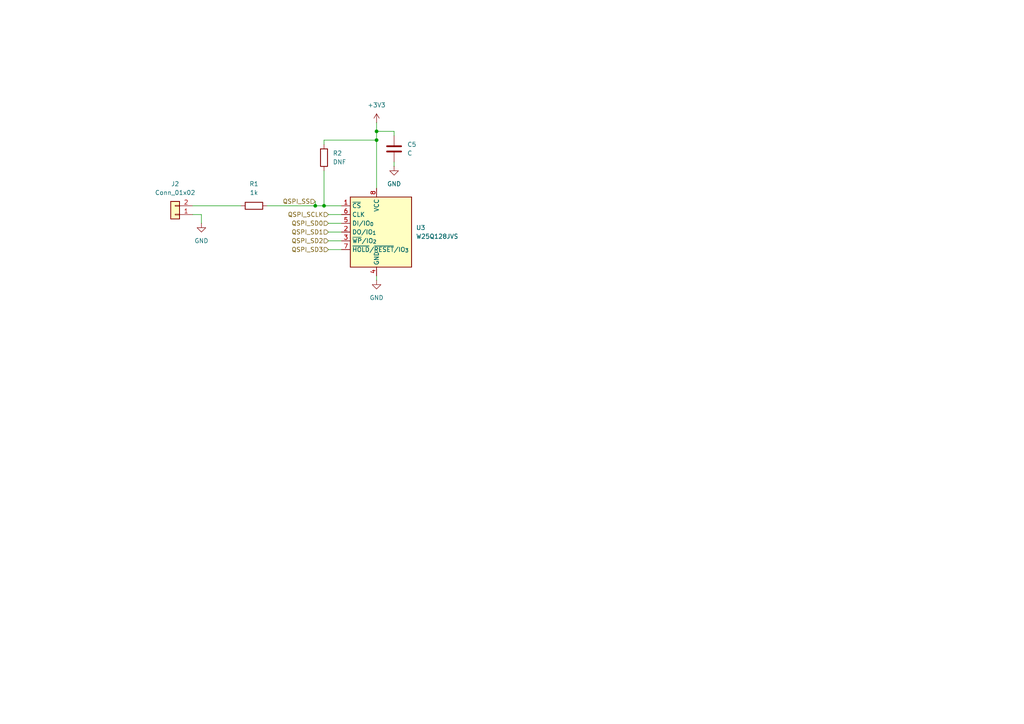
<source format=kicad_sch>
(kicad_sch
	(version 20250114)
	(generator "eeschema")
	(generator_version "9.0")
	(uuid "228f52a3-4b68-466c-9719-77709b2ae188")
	(paper "A4")
	(lib_symbols
		(symbol "Connector_Generic:Conn_01x02"
			(pin_names
				(offset 1.016)
				(hide yes)
			)
			(exclude_from_sim no)
			(in_bom yes)
			(on_board yes)
			(property "Reference" "J"
				(at 0 2.54 0)
				(effects
					(font
						(size 1.27 1.27)
					)
				)
			)
			(property "Value" "Conn_01x02"
				(at 0 -5.08 0)
				(effects
					(font
						(size 1.27 1.27)
					)
				)
			)
			(property "Footprint" ""
				(at 0 0 0)
				(effects
					(font
						(size 1.27 1.27)
					)
					(hide yes)
				)
			)
			(property "Datasheet" "~"
				(at 0 0 0)
				(effects
					(font
						(size 1.27 1.27)
					)
					(hide yes)
				)
			)
			(property "Description" "Generic connector, single row, 01x02, script generated (kicad-library-utils/schlib/autogen/connector/)"
				(at 0 0 0)
				(effects
					(font
						(size 1.27 1.27)
					)
					(hide yes)
				)
			)
			(property "ki_keywords" "connector"
				(at 0 0 0)
				(effects
					(font
						(size 1.27 1.27)
					)
					(hide yes)
				)
			)
			(property "ki_fp_filters" "Connector*:*_1x??_*"
				(at 0 0 0)
				(effects
					(font
						(size 1.27 1.27)
					)
					(hide yes)
				)
			)
			(symbol "Conn_01x02_1_1"
				(rectangle
					(start -1.27 1.27)
					(end 1.27 -3.81)
					(stroke
						(width 0.254)
						(type default)
					)
					(fill
						(type background)
					)
				)
				(rectangle
					(start -1.27 0.127)
					(end 0 -0.127)
					(stroke
						(width 0.1524)
						(type default)
					)
					(fill
						(type none)
					)
				)
				(rectangle
					(start -1.27 -2.413)
					(end 0 -2.667)
					(stroke
						(width 0.1524)
						(type default)
					)
					(fill
						(type none)
					)
				)
				(pin passive line
					(at -5.08 0 0)
					(length 3.81)
					(name "Pin_1"
						(effects
							(font
								(size 1.27 1.27)
							)
						)
					)
					(number "1"
						(effects
							(font
								(size 1.27 1.27)
							)
						)
					)
				)
				(pin passive line
					(at -5.08 -2.54 0)
					(length 3.81)
					(name "Pin_2"
						(effects
							(font
								(size 1.27 1.27)
							)
						)
					)
					(number "2"
						(effects
							(font
								(size 1.27 1.27)
							)
						)
					)
				)
			)
			(embedded_fonts no)
		)
		(symbol "Device:C"
			(pin_numbers
				(hide yes)
			)
			(pin_names
				(offset 0.254)
			)
			(exclude_from_sim no)
			(in_bom yes)
			(on_board yes)
			(property "Reference" "C"
				(at 0.635 2.54 0)
				(effects
					(font
						(size 1.27 1.27)
					)
					(justify left)
				)
			)
			(property "Value" "C"
				(at 0.635 -2.54 0)
				(effects
					(font
						(size 1.27 1.27)
					)
					(justify left)
				)
			)
			(property "Footprint" ""
				(at 0.9652 -3.81 0)
				(effects
					(font
						(size 1.27 1.27)
					)
					(hide yes)
				)
			)
			(property "Datasheet" "~"
				(at 0 0 0)
				(effects
					(font
						(size 1.27 1.27)
					)
					(hide yes)
				)
			)
			(property "Description" "Unpolarized capacitor"
				(at 0 0 0)
				(effects
					(font
						(size 1.27 1.27)
					)
					(hide yes)
				)
			)
			(property "ki_keywords" "cap capacitor"
				(at 0 0 0)
				(effects
					(font
						(size 1.27 1.27)
					)
					(hide yes)
				)
			)
			(property "ki_fp_filters" "C_*"
				(at 0 0 0)
				(effects
					(font
						(size 1.27 1.27)
					)
					(hide yes)
				)
			)
			(symbol "C_0_1"
				(polyline
					(pts
						(xy -2.032 0.762) (xy 2.032 0.762)
					)
					(stroke
						(width 0.508)
						(type default)
					)
					(fill
						(type none)
					)
				)
				(polyline
					(pts
						(xy -2.032 -0.762) (xy 2.032 -0.762)
					)
					(stroke
						(width 0.508)
						(type default)
					)
					(fill
						(type none)
					)
				)
			)
			(symbol "C_1_1"
				(pin passive line
					(at 0 3.81 270)
					(length 2.794)
					(name "~"
						(effects
							(font
								(size 1.27 1.27)
							)
						)
					)
					(number "1"
						(effects
							(font
								(size 1.27 1.27)
							)
						)
					)
				)
				(pin passive line
					(at 0 -3.81 90)
					(length 2.794)
					(name "~"
						(effects
							(font
								(size 1.27 1.27)
							)
						)
					)
					(number "2"
						(effects
							(font
								(size 1.27 1.27)
							)
						)
					)
				)
			)
			(embedded_fonts no)
		)
		(symbol "Device:R"
			(pin_numbers
				(hide yes)
			)
			(pin_names
				(offset 0)
			)
			(exclude_from_sim no)
			(in_bom yes)
			(on_board yes)
			(property "Reference" "R"
				(at 2.032 0 90)
				(effects
					(font
						(size 1.27 1.27)
					)
				)
			)
			(property "Value" "R"
				(at 0 0 90)
				(effects
					(font
						(size 1.27 1.27)
					)
				)
			)
			(property "Footprint" ""
				(at -1.778 0 90)
				(effects
					(font
						(size 1.27 1.27)
					)
					(hide yes)
				)
			)
			(property "Datasheet" "~"
				(at 0 0 0)
				(effects
					(font
						(size 1.27 1.27)
					)
					(hide yes)
				)
			)
			(property "Description" "Resistor"
				(at 0 0 0)
				(effects
					(font
						(size 1.27 1.27)
					)
					(hide yes)
				)
			)
			(property "ki_keywords" "R res resistor"
				(at 0 0 0)
				(effects
					(font
						(size 1.27 1.27)
					)
					(hide yes)
				)
			)
			(property "ki_fp_filters" "R_*"
				(at 0 0 0)
				(effects
					(font
						(size 1.27 1.27)
					)
					(hide yes)
				)
			)
			(symbol "R_0_1"
				(rectangle
					(start -1.016 -2.54)
					(end 1.016 2.54)
					(stroke
						(width 0.254)
						(type default)
					)
					(fill
						(type none)
					)
				)
			)
			(symbol "R_1_1"
				(pin passive line
					(at 0 3.81 270)
					(length 1.27)
					(name "~"
						(effects
							(font
								(size 1.27 1.27)
							)
						)
					)
					(number "1"
						(effects
							(font
								(size 1.27 1.27)
							)
						)
					)
				)
				(pin passive line
					(at 0 -3.81 90)
					(length 1.27)
					(name "~"
						(effects
							(font
								(size 1.27 1.27)
							)
						)
					)
					(number "2"
						(effects
							(font
								(size 1.27 1.27)
							)
						)
					)
				)
			)
			(embedded_fonts no)
		)
		(symbol "Memory_Flash:W25Q128JVS"
			(exclude_from_sim no)
			(in_bom yes)
			(on_board yes)
			(property "Reference" "U"
				(at -6.35 11.43 0)
				(effects
					(font
						(size 1.27 1.27)
					)
				)
			)
			(property "Value" "W25Q128JVS"
				(at 7.62 11.43 0)
				(effects
					(font
						(size 1.27 1.27)
					)
				)
			)
			(property "Footprint" "Package_SO:SOIC-8_5.3x5.3mm_P1.27mm"
				(at 0 22.86 0)
				(effects
					(font
						(size 1.27 1.27)
					)
					(hide yes)
				)
			)
			(property "Datasheet" "https://www.winbond.com/resource-files/w25q128jv_dtr%20revc%2003272018%20plus.pdf"
				(at 0 25.4 0)
				(effects
					(font
						(size 1.27 1.27)
					)
					(hide yes)
				)
			)
			(property "Description" "128Mbit / 16MiB Serial Flash Memory, Standard/Dual/Quad SPI, 2.7-3.6V, SOIC-8"
				(at 0 27.94 0)
				(effects
					(font
						(size 1.27 1.27)
					)
					(hide yes)
				)
			)
			(property "ki_keywords" "flash memory SPI QPI DTR"
				(at 0 0 0)
				(effects
					(font
						(size 1.27 1.27)
					)
					(hide yes)
				)
			)
			(property "ki_fp_filters" "*SOIC*5.3x5.3mm*P1.27mm*"
				(at 0 0 0)
				(effects
					(font
						(size 1.27 1.27)
					)
					(hide yes)
				)
			)
			(symbol "W25Q128JVS_0_1"
				(rectangle
					(start -7.62 10.16)
					(end 10.16 -10.16)
					(stroke
						(width 0.254)
						(type default)
					)
					(fill
						(type background)
					)
				)
			)
			(symbol "W25Q128JVS_1_1"
				(pin input line
					(at -10.16 7.62 0)
					(length 2.54)
					(name "~{CS}"
						(effects
							(font
								(size 1.27 1.27)
							)
						)
					)
					(number "1"
						(effects
							(font
								(size 1.27 1.27)
							)
						)
					)
				)
				(pin input line
					(at -10.16 5.08 0)
					(length 2.54)
					(name "CLK"
						(effects
							(font
								(size 1.27 1.27)
							)
						)
					)
					(number "6"
						(effects
							(font
								(size 1.27 1.27)
							)
						)
					)
				)
				(pin bidirectional line
					(at -10.16 2.54 0)
					(length 2.54)
					(name "DI/IO_{0}"
						(effects
							(font
								(size 1.27 1.27)
							)
						)
					)
					(number "5"
						(effects
							(font
								(size 1.27 1.27)
							)
						)
					)
				)
				(pin bidirectional line
					(at -10.16 0 0)
					(length 2.54)
					(name "DO/IO_{1}"
						(effects
							(font
								(size 1.27 1.27)
							)
						)
					)
					(number "2"
						(effects
							(font
								(size 1.27 1.27)
							)
						)
					)
				)
				(pin bidirectional line
					(at -10.16 -2.54 0)
					(length 2.54)
					(name "~{WP}/IO_{2}"
						(effects
							(font
								(size 1.27 1.27)
							)
						)
					)
					(number "3"
						(effects
							(font
								(size 1.27 1.27)
							)
						)
					)
				)
				(pin bidirectional line
					(at -10.16 -5.08 0)
					(length 2.54)
					(name "~{HOLD}/~{RESET}/IO_{3}"
						(effects
							(font
								(size 1.27 1.27)
							)
						)
					)
					(number "7"
						(effects
							(font
								(size 1.27 1.27)
							)
						)
					)
				)
				(pin power_in line
					(at 0 12.7 270)
					(length 2.54)
					(name "VCC"
						(effects
							(font
								(size 1.27 1.27)
							)
						)
					)
					(number "8"
						(effects
							(font
								(size 1.27 1.27)
							)
						)
					)
				)
				(pin power_in line
					(at 0 -12.7 90)
					(length 2.54)
					(name "GND"
						(effects
							(font
								(size 1.27 1.27)
							)
						)
					)
					(number "4"
						(effects
							(font
								(size 1.27 1.27)
							)
						)
					)
				)
			)
			(embedded_fonts no)
		)
		(symbol "power:+3V3"
			(power)
			(pin_numbers
				(hide yes)
			)
			(pin_names
				(offset 0)
				(hide yes)
			)
			(exclude_from_sim no)
			(in_bom yes)
			(on_board yes)
			(property "Reference" "#PWR"
				(at 0 -3.81 0)
				(effects
					(font
						(size 1.27 1.27)
					)
					(hide yes)
				)
			)
			(property "Value" "+3V3"
				(at 0 3.556 0)
				(effects
					(font
						(size 1.27 1.27)
					)
				)
			)
			(property "Footprint" ""
				(at 0 0 0)
				(effects
					(font
						(size 1.27 1.27)
					)
					(hide yes)
				)
			)
			(property "Datasheet" ""
				(at 0 0 0)
				(effects
					(font
						(size 1.27 1.27)
					)
					(hide yes)
				)
			)
			(property "Description" "Power symbol creates a global label with name \"+3V3\""
				(at 0 0 0)
				(effects
					(font
						(size 1.27 1.27)
					)
					(hide yes)
				)
			)
			(property "ki_keywords" "global power"
				(at 0 0 0)
				(effects
					(font
						(size 1.27 1.27)
					)
					(hide yes)
				)
			)
			(symbol "+3V3_0_1"
				(polyline
					(pts
						(xy -0.762 1.27) (xy 0 2.54)
					)
					(stroke
						(width 0)
						(type default)
					)
					(fill
						(type none)
					)
				)
				(polyline
					(pts
						(xy 0 2.54) (xy 0.762 1.27)
					)
					(stroke
						(width 0)
						(type default)
					)
					(fill
						(type none)
					)
				)
				(polyline
					(pts
						(xy 0 0) (xy 0 2.54)
					)
					(stroke
						(width 0)
						(type default)
					)
					(fill
						(type none)
					)
				)
			)
			(symbol "+3V3_1_1"
				(pin power_in line
					(at 0 0 90)
					(length 0)
					(name "~"
						(effects
							(font
								(size 1.27 1.27)
							)
						)
					)
					(number "1"
						(effects
							(font
								(size 1.27 1.27)
							)
						)
					)
				)
			)
			(embedded_fonts no)
		)
		(symbol "power:GND"
			(power)
			(pin_numbers
				(hide yes)
			)
			(pin_names
				(offset 0)
				(hide yes)
			)
			(exclude_from_sim no)
			(in_bom yes)
			(on_board yes)
			(property "Reference" "#PWR"
				(at 0 -6.35 0)
				(effects
					(font
						(size 1.27 1.27)
					)
					(hide yes)
				)
			)
			(property "Value" "GND"
				(at 0 -3.81 0)
				(effects
					(font
						(size 1.27 1.27)
					)
				)
			)
			(property "Footprint" ""
				(at 0 0 0)
				(effects
					(font
						(size 1.27 1.27)
					)
					(hide yes)
				)
			)
			(property "Datasheet" ""
				(at 0 0 0)
				(effects
					(font
						(size 1.27 1.27)
					)
					(hide yes)
				)
			)
			(property "Description" "Power symbol creates a global label with name \"GND\" , ground"
				(at 0 0 0)
				(effects
					(font
						(size 1.27 1.27)
					)
					(hide yes)
				)
			)
			(property "ki_keywords" "global power"
				(at 0 0 0)
				(effects
					(font
						(size 1.27 1.27)
					)
					(hide yes)
				)
			)
			(symbol "GND_0_1"
				(polyline
					(pts
						(xy 0 0) (xy 0 -1.27) (xy 1.27 -1.27) (xy 0 -2.54) (xy -1.27 -1.27) (xy 0 -1.27)
					)
					(stroke
						(width 0)
						(type default)
					)
					(fill
						(type none)
					)
				)
			)
			(symbol "GND_1_1"
				(pin power_in line
					(at 0 0 270)
					(length 0)
					(name "~"
						(effects
							(font
								(size 1.27 1.27)
							)
						)
					)
					(number "1"
						(effects
							(font
								(size 1.27 1.27)
							)
						)
					)
				)
			)
			(embedded_fonts no)
		)
	)
	(junction
		(at 93.98 59.69)
		(diameter 0)
		(color 0 0 0 0)
		(uuid "59db63ac-68eb-42f3-939e-4538f8c02c43")
	)
	(junction
		(at 91.44 59.69)
		(diameter 0)
		(color 0 0 0 0)
		(uuid "852f0d72-8e23-4dcd-a883-27150396cbc0")
	)
	(junction
		(at 109.22 38.1)
		(diameter 0)
		(color 0 0 0 0)
		(uuid "a62584e2-8d12-4a0e-9c0e-9242950b68f8")
	)
	(junction
		(at 109.22 40.64)
		(diameter 0)
		(color 0 0 0 0)
		(uuid "cd7a2d60-8e95-4631-a232-beb8b201446a")
	)
	(wire
		(pts
			(xy 95.25 69.85) (xy 99.06 69.85)
		)
		(stroke
			(width 0)
			(type default)
		)
		(uuid "00e2e344-2203-4446-80ec-ce00064d2b5a")
	)
	(wire
		(pts
			(xy 109.22 38.1) (xy 114.3 38.1)
		)
		(stroke
			(width 0)
			(type default)
		)
		(uuid "14ff784f-82fa-48a8-8726-bb15b444ed4f")
	)
	(wire
		(pts
			(xy 114.3 46.99) (xy 114.3 48.26)
		)
		(stroke
			(width 0)
			(type default)
		)
		(uuid "18e42891-021b-4634-9c91-a12c508f51fb")
	)
	(wire
		(pts
			(xy 93.98 40.64) (xy 109.22 40.64)
		)
		(stroke
			(width 0)
			(type default)
		)
		(uuid "34232cb7-0044-44fc-97db-b71cac0b42df")
	)
	(wire
		(pts
			(xy 58.42 62.23) (xy 55.88 62.23)
		)
		(stroke
			(width 0)
			(type default)
		)
		(uuid "56f7e630-ed09-49b1-9695-61c0d1130286")
	)
	(wire
		(pts
			(xy 109.22 38.1) (xy 109.22 40.64)
		)
		(stroke
			(width 0)
			(type default)
		)
		(uuid "5ea7d991-5fe8-434c-9c45-91c17b164e10")
	)
	(wire
		(pts
			(xy 93.98 59.69) (xy 99.06 59.69)
		)
		(stroke
			(width 0)
			(type default)
		)
		(uuid "60e29a84-457b-4fdf-a5a8-d96fb3ee9a32")
	)
	(wire
		(pts
			(xy 58.42 64.77) (xy 58.42 62.23)
		)
		(stroke
			(width 0)
			(type default)
		)
		(uuid "6f6ece2b-06c5-45d0-8041-808f7ca947b1")
	)
	(wire
		(pts
			(xy 109.22 40.64) (xy 109.22 54.61)
		)
		(stroke
			(width 0)
			(type default)
		)
		(uuid "99a9e6b4-5d8b-4191-8d1e-dac04c522918")
	)
	(wire
		(pts
			(xy 95.25 67.31) (xy 99.06 67.31)
		)
		(stroke
			(width 0)
			(type default)
		)
		(uuid "a8ad289d-210c-44f5-88ad-a7b24ab2d738")
	)
	(wire
		(pts
			(xy 109.22 35.56) (xy 109.22 38.1)
		)
		(stroke
			(width 0)
			(type default)
		)
		(uuid "b3c3fc0c-b4e4-44c9-b28b-704eeaa9016a")
	)
	(wire
		(pts
			(xy 95.25 62.23) (xy 99.06 62.23)
		)
		(stroke
			(width 0)
			(type default)
		)
		(uuid "bebb5bdf-efb0-4eee-aa2a-62968c5d7a0c")
	)
	(wire
		(pts
			(xy 109.22 80.01) (xy 109.22 81.28)
		)
		(stroke
			(width 0)
			(type default)
		)
		(uuid "c43bcc1f-6f99-46eb-81a5-80d46ed688e8")
	)
	(wire
		(pts
			(xy 93.98 41.91) (xy 93.98 40.64)
		)
		(stroke
			(width 0)
			(type default)
		)
		(uuid "cb7ff938-3d65-473b-ad62-ad7ea53c475e")
	)
	(wire
		(pts
			(xy 114.3 39.37) (xy 114.3 38.1)
		)
		(stroke
			(width 0)
			(type default)
		)
		(uuid "d92b027d-d27b-4052-9449-9a6a342a5a03")
	)
	(wire
		(pts
			(xy 55.88 59.69) (xy 69.85 59.69)
		)
		(stroke
			(width 0)
			(type default)
		)
		(uuid "e117389e-4133-46fc-be71-9350dc6ad455")
	)
	(wire
		(pts
			(xy 95.25 72.39) (xy 99.06 72.39)
		)
		(stroke
			(width 0)
			(type default)
		)
		(uuid "e12459ea-58e8-4a44-b17a-933846344e7f")
	)
	(wire
		(pts
			(xy 93.98 49.53) (xy 93.98 59.69)
		)
		(stroke
			(width 0)
			(type default)
		)
		(uuid "e1753e38-5434-4750-9147-4e6410528426")
	)
	(wire
		(pts
			(xy 95.25 64.77) (xy 99.06 64.77)
		)
		(stroke
			(width 0)
			(type default)
		)
		(uuid "e5efda30-3e69-48fc-80b4-0f81edcbd7b0")
	)
	(wire
		(pts
			(xy 91.44 58.42) (xy 91.44 59.69)
		)
		(stroke
			(width 0)
			(type default)
		)
		(uuid "ef5fe830-5cfe-49fb-9867-73652e40bf19")
	)
	(wire
		(pts
			(xy 91.44 59.69) (xy 93.98 59.69)
		)
		(stroke
			(width 0)
			(type default)
		)
		(uuid "f29f4908-8a61-45ba-9d0b-a05d6203d518")
	)
	(wire
		(pts
			(xy 77.47 59.69) (xy 91.44 59.69)
		)
		(stroke
			(width 0)
			(type default)
		)
		(uuid "fdd74d62-116a-49d5-a83e-386f033ac33e")
	)
	(hierarchical_label "QSPI_SD1"
		(shape input)
		(at 95.25 67.31 180)
		(effects
			(font
				(size 1.27 1.27)
			)
			(justify right)
		)
		(uuid "5ceb7b2d-0474-4b6a-b259-5561e729e251")
	)
	(hierarchical_label "QSPI_SD3"
		(shape input)
		(at 95.25 72.39 180)
		(effects
			(font
				(size 1.27 1.27)
			)
			(justify right)
		)
		(uuid "69036562-5f70-4aba-9604-6c7d0792717e")
	)
	(hierarchical_label "QSPI_SCLK"
		(shape input)
		(at 95.25 62.23 180)
		(effects
			(font
				(size 1.27 1.27)
			)
			(justify right)
		)
		(uuid "835f5229-02ad-4aeb-988e-f80b0a649de5")
	)
	(hierarchical_label "QSPI_SD2"
		(shape input)
		(at 95.25 69.85 180)
		(effects
			(font
				(size 1.27 1.27)
			)
			(justify right)
		)
		(uuid "911db3c7-1d86-46cc-b305-bd002b54ba75")
	)
	(hierarchical_label "QSPI_SS"
		(shape input)
		(at 91.44 58.42 180)
		(effects
			(font
				(size 1.27 1.27)
			)
			(justify right)
		)
		(uuid "fc52f908-e29c-4bc8-845b-e5b660f002a2")
	)
	(hierarchical_label "QSPI_SD0"
		(shape input)
		(at 95.25 64.77 180)
		(effects
			(font
				(size 1.27 1.27)
			)
			(justify right)
		)
		(uuid "fe1130b2-47a1-4456-839c-1285f7ae4238")
	)
	(symbol
		(lib_id "power:GND")
		(at 109.22 81.28 0)
		(unit 1)
		(exclude_from_sim no)
		(in_bom yes)
		(on_board yes)
		(dnp no)
		(fields_autoplaced yes)
		(uuid "271b5183-470e-4247-b6da-eff5f93cba43")
		(property "Reference" "#PWR016"
			(at 109.22 87.63 0)
			(effects
				(font
					(size 1.27 1.27)
				)
				(hide yes)
			)
		)
		(property "Value" "GND"
			(at 109.22 86.36 0)
			(effects
				(font
					(size 1.27 1.27)
				)
			)
		)
		(property "Footprint" ""
			(at 109.22 81.28 0)
			(effects
				(font
					(size 1.27 1.27)
				)
				(hide yes)
			)
		)
		(property "Datasheet" ""
			(at 109.22 81.28 0)
			(effects
				(font
					(size 1.27 1.27)
				)
				(hide yes)
			)
		)
		(property "Description" "Power symbol creates a global label with name \"GND\" , ground"
			(at 109.22 81.28 0)
			(effects
				(font
					(size 1.27 1.27)
				)
				(hide yes)
			)
		)
		(pin "1"
			(uuid "20edfe3e-d09f-4cc2-bba1-e72c5476e10b")
		)
		(instances
			(project ""
				(path "/86743b6b-fa0b-493b-8636-78970be18fa3/f37932a6-5159-4c0c-a012-73fc012c1a39"
					(reference "#PWR016")
					(unit 1)
				)
			)
		)
	)
	(symbol
		(lib_id "Device:R")
		(at 73.66 59.69 90)
		(unit 1)
		(exclude_from_sim no)
		(in_bom yes)
		(on_board yes)
		(dnp no)
		(fields_autoplaced yes)
		(uuid "2766b288-a0fc-4a36-8b12-198d575afc98")
		(property "Reference" "R1"
			(at 73.66 53.34 90)
			(effects
				(font
					(size 1.27 1.27)
				)
			)
		)
		(property "Value" "1k"
			(at 73.66 55.88 90)
			(effects
				(font
					(size 1.27 1.27)
				)
			)
		)
		(property "Footprint" "Resistor_SMD:R_0603_1608Metric_Pad0.98x0.95mm_HandSolder"
			(at 73.66 61.468 90)
			(effects
				(font
					(size 1.27 1.27)
				)
				(hide yes)
			)
		)
		(property "Datasheet" "~"
			(at 73.66 59.69 0)
			(effects
				(font
					(size 1.27 1.27)
				)
				(hide yes)
			)
		)
		(property "Description" "Resistor"
			(at 73.66 59.69 0)
			(effects
				(font
					(size 1.27 1.27)
				)
				(hide yes)
			)
		)
		(pin "1"
			(uuid "a13697f0-0e8e-41b9-a5fe-8899522daec6")
		)
		(pin "2"
			(uuid "6a506953-b5b0-4979-aa2a-ce967abe239d")
		)
		(instances
			(project ""
				(path "/86743b6b-fa0b-493b-8636-78970be18fa3/f37932a6-5159-4c0c-a012-73fc012c1a39"
					(reference "R1")
					(unit 1)
				)
			)
		)
	)
	(symbol
		(lib_id "power:+3V3")
		(at 109.22 35.56 0)
		(unit 1)
		(exclude_from_sim no)
		(in_bom yes)
		(on_board yes)
		(dnp no)
		(fields_autoplaced yes)
		(uuid "3899a231-7e11-4797-b843-81bf8f2aadc4")
		(property "Reference" "#PWR015"
			(at 109.22 39.37 0)
			(effects
				(font
					(size 1.27 1.27)
				)
				(hide yes)
			)
		)
		(property "Value" "+3V3"
			(at 109.22 30.48 0)
			(effects
				(font
					(size 1.27 1.27)
				)
			)
		)
		(property "Footprint" ""
			(at 109.22 35.56 0)
			(effects
				(font
					(size 1.27 1.27)
				)
				(hide yes)
			)
		)
		(property "Datasheet" ""
			(at 109.22 35.56 0)
			(effects
				(font
					(size 1.27 1.27)
				)
				(hide yes)
			)
		)
		(property "Description" "Power symbol creates a global label with name \"+3V3\""
			(at 109.22 35.56 0)
			(effects
				(font
					(size 1.27 1.27)
				)
				(hide yes)
			)
		)
		(pin "1"
			(uuid "4f3eae30-24cc-413c-9368-9ca98607f98b")
		)
		(instances
			(project ""
				(path "/86743b6b-fa0b-493b-8636-78970be18fa3/f37932a6-5159-4c0c-a012-73fc012c1a39"
					(reference "#PWR015")
					(unit 1)
				)
			)
		)
	)
	(symbol
		(lib_id "power:GND")
		(at 114.3 48.26 0)
		(unit 1)
		(exclude_from_sim no)
		(in_bom yes)
		(on_board yes)
		(dnp no)
		(fields_autoplaced yes)
		(uuid "57f08812-32f7-4400-9dcb-6f9562ce4249")
		(property "Reference" "#PWR014"
			(at 114.3 54.61 0)
			(effects
				(font
					(size 1.27 1.27)
				)
				(hide yes)
			)
		)
		(property "Value" "GND"
			(at 114.3 53.34 0)
			(effects
				(font
					(size 1.27 1.27)
				)
			)
		)
		(property "Footprint" ""
			(at 114.3 48.26 0)
			(effects
				(font
					(size 1.27 1.27)
				)
				(hide yes)
			)
		)
		(property "Datasheet" ""
			(at 114.3 48.26 0)
			(effects
				(font
					(size 1.27 1.27)
				)
				(hide yes)
			)
		)
		(property "Description" "Power symbol creates a global label with name \"GND\" , ground"
			(at 114.3 48.26 0)
			(effects
				(font
					(size 1.27 1.27)
				)
				(hide yes)
			)
		)
		(pin "1"
			(uuid "08e383a6-072e-4db9-9063-38e5ffa9c5ed")
		)
		(instances
			(project ""
				(path "/86743b6b-fa0b-493b-8636-78970be18fa3/f37932a6-5159-4c0c-a012-73fc012c1a39"
					(reference "#PWR014")
					(unit 1)
				)
			)
		)
	)
	(symbol
		(lib_id "Connector_Generic:Conn_01x02")
		(at 50.8 62.23 180)
		(unit 1)
		(exclude_from_sim no)
		(in_bom yes)
		(on_board yes)
		(dnp no)
		(fields_autoplaced yes)
		(uuid "5f9dcd51-63c0-4e95-a3df-1ebf44c62c25")
		(property "Reference" "J2"
			(at 50.8 53.34 0)
			(effects
				(font
					(size 1.27 1.27)
				)
			)
		)
		(property "Value" "Conn_01x02"
			(at 50.8 55.88 0)
			(effects
				(font
					(size 1.27 1.27)
				)
			)
		)
		(property "Footprint" "Connector_PinHeader_2.54mm:PinHeader_1x02_P2.54mm_Vertical"
			(at 50.8 62.23 0)
			(effects
				(font
					(size 1.27 1.27)
				)
				(hide yes)
			)
		)
		(property "Datasheet" "~"
			(at 50.8 62.23 0)
			(effects
				(font
					(size 1.27 1.27)
				)
				(hide yes)
			)
		)
		(property "Description" "Generic connector, single row, 01x02, script generated (kicad-library-utils/schlib/autogen/connector/)"
			(at 50.8 62.23 0)
			(effects
				(font
					(size 1.27 1.27)
				)
				(hide yes)
			)
		)
		(pin "1"
			(uuid "985b3acd-13a1-4c1d-bee4-e1658a9afb85")
		)
		(pin "2"
			(uuid "0177b06f-6bc0-467f-b3d8-7dd0605b41e8")
		)
		(instances
			(project ""
				(path "/86743b6b-fa0b-493b-8636-78970be18fa3/f37932a6-5159-4c0c-a012-73fc012c1a39"
					(reference "J2")
					(unit 1)
				)
			)
		)
	)
	(symbol
		(lib_id "Memory_Flash:W25Q128JVS")
		(at 109.22 67.31 0)
		(unit 1)
		(exclude_from_sim no)
		(in_bom yes)
		(on_board yes)
		(dnp no)
		(fields_autoplaced yes)
		(uuid "68a38b59-088a-465f-aa2c-5f864c8bded5")
		(property "Reference" "U3"
			(at 120.65 66.0399 0)
			(effects
				(font
					(size 1.27 1.27)
				)
				(justify left)
			)
		)
		(property "Value" "W25Q128JVS"
			(at 120.65 68.5799 0)
			(effects
				(font
					(size 1.27 1.27)
				)
				(justify left)
			)
		)
		(property "Footprint" "Package_SO:SOIC-8_5.3x5.3mm_P1.27mm"
			(at 109.22 44.45 0)
			(effects
				(font
					(size 1.27 1.27)
				)
				(hide yes)
			)
		)
		(property "Datasheet" "https://www.winbond.com/resource-files/w25q128jv_dtr%20revc%2003272018%20plus.pdf"
			(at 109.22 41.91 0)
			(effects
				(font
					(size 1.27 1.27)
				)
				(hide yes)
			)
		)
		(property "Description" "128Mbit / 16MiB Serial Flash Memory, Standard/Dual/Quad SPI, 2.7-3.6V, SOIC-8"
			(at 109.22 39.37 0)
			(effects
				(font
					(size 1.27 1.27)
				)
				(hide yes)
			)
		)
		(pin "2"
			(uuid "06dd3834-fec7-455f-93c3-118bd4dd216a")
		)
		(pin "1"
			(uuid "30d4a6a4-2c32-4c1e-a777-12fba819def5")
		)
		(pin "7"
			(uuid "aca8879f-a471-472d-8e4c-e6b090cbae88")
		)
		(pin "5"
			(uuid "6403c3af-3cd0-4dca-b7da-3ffc575828a1")
		)
		(pin "4"
			(uuid "ff96661e-8bf7-42b4-8b5f-66f24fcc5d33")
		)
		(pin "3"
			(uuid "5d12d210-b3a6-458b-97f6-51bf0d0baa74")
		)
		(pin "6"
			(uuid "69b3444c-b899-4020-bb41-2a364f55a2f6")
		)
		(pin "8"
			(uuid "184fd3d0-aedc-4b0e-af8d-70d78fd0ecd6")
		)
		(instances
			(project ""
				(path "/86743b6b-fa0b-493b-8636-78970be18fa3/f37932a6-5159-4c0c-a012-73fc012c1a39"
					(reference "U3")
					(unit 1)
				)
			)
		)
	)
	(symbol
		(lib_id "power:GND")
		(at 58.42 64.77 0)
		(unit 1)
		(exclude_from_sim no)
		(in_bom yes)
		(on_board yes)
		(dnp no)
		(fields_autoplaced yes)
		(uuid "ab2c1089-0cad-428c-baa1-8c758a19e828")
		(property "Reference" "#PWR017"
			(at 58.42 71.12 0)
			(effects
				(font
					(size 1.27 1.27)
				)
				(hide yes)
			)
		)
		(property "Value" "GND"
			(at 58.42 69.85 0)
			(effects
				(font
					(size 1.27 1.27)
				)
			)
		)
		(property "Footprint" ""
			(at 58.42 64.77 0)
			(effects
				(font
					(size 1.27 1.27)
				)
				(hide yes)
			)
		)
		(property "Datasheet" ""
			(at 58.42 64.77 0)
			(effects
				(font
					(size 1.27 1.27)
				)
				(hide yes)
			)
		)
		(property "Description" "Power symbol creates a global label with name \"GND\" , ground"
			(at 58.42 64.77 0)
			(effects
				(font
					(size 1.27 1.27)
				)
				(hide yes)
			)
		)
		(pin "1"
			(uuid "f5a10d04-eafc-4477-8d50-f61aade6a7a8")
		)
		(instances
			(project "picoStepper"
				(path "/86743b6b-fa0b-493b-8636-78970be18fa3/f37932a6-5159-4c0c-a012-73fc012c1a39"
					(reference "#PWR017")
					(unit 1)
				)
			)
		)
	)
	(symbol
		(lib_id "Device:R")
		(at 93.98 45.72 0)
		(unit 1)
		(exclude_from_sim no)
		(in_bom yes)
		(on_board yes)
		(dnp no)
		(fields_autoplaced yes)
		(uuid "b534de79-8f91-4b31-a4df-7ff35e20e5b6")
		(property "Reference" "R2"
			(at 96.52 44.4499 0)
			(effects
				(font
					(size 1.27 1.27)
				)
				(justify left)
			)
		)
		(property "Value" "DNF"
			(at 96.52 46.9899 0)
			(effects
				(font
					(size 1.27 1.27)
				)
				(justify left)
			)
		)
		(property "Footprint" "Resistor_SMD:R_0603_1608Metric_Pad0.98x0.95mm_HandSolder"
			(at 92.202 45.72 90)
			(effects
				(font
					(size 1.27 1.27)
				)
				(hide yes)
			)
		)
		(property "Datasheet" "~"
			(at 93.98 45.72 0)
			(effects
				(font
					(size 1.27 1.27)
				)
				(hide yes)
			)
		)
		(property "Description" "Resistor"
			(at 93.98 45.72 0)
			(effects
				(font
					(size 1.27 1.27)
				)
				(hide yes)
			)
		)
		(pin "2"
			(uuid "a6477411-a674-4f9d-a71a-0a23e90bc098")
		)
		(pin "1"
			(uuid "c25615a4-58e8-4e00-9e41-305513a468fd")
		)
		(instances
			(project ""
				(path "/86743b6b-fa0b-493b-8636-78970be18fa3/f37932a6-5159-4c0c-a012-73fc012c1a39"
					(reference "R2")
					(unit 1)
				)
			)
		)
	)
	(symbol
		(lib_id "Device:C")
		(at 114.3 43.18 0)
		(unit 1)
		(exclude_from_sim no)
		(in_bom yes)
		(on_board yes)
		(dnp no)
		(fields_autoplaced yes)
		(uuid "c627ac20-32ab-4783-a127-f4b1fbdbab58")
		(property "Reference" "C5"
			(at 118.11 41.9099 0)
			(effects
				(font
					(size 1.27 1.27)
				)
				(justify left)
			)
		)
		(property "Value" "C"
			(at 118.11 44.4499 0)
			(effects
				(font
					(size 1.27 1.27)
				)
				(justify left)
			)
		)
		(property "Footprint" "Capacitor_SMD:C_0603_1608Metric_Pad1.08x0.95mm_HandSolder"
			(at 115.2652 46.99 0)
			(effects
				(font
					(size 1.27 1.27)
				)
				(hide yes)
			)
		)
		(property "Datasheet" "~"
			(at 114.3 43.18 0)
			(effects
				(font
					(size 1.27 1.27)
				)
				(hide yes)
			)
		)
		(property "Description" "Unpolarized capacitor"
			(at 114.3 43.18 0)
			(effects
				(font
					(size 1.27 1.27)
				)
				(hide yes)
			)
		)
		(pin "1"
			(uuid "26766ef7-73c3-45e6-9fa6-b082f06fbae1")
		)
		(pin "2"
			(uuid "ad8d1a52-4b3d-428f-8bc9-2151f3f41853")
		)
		(instances
			(project ""
				(path "/86743b6b-fa0b-493b-8636-78970be18fa3/f37932a6-5159-4c0c-a012-73fc012c1a39"
					(reference "C5")
					(unit 1)
				)
			)
		)
	)
)

</source>
